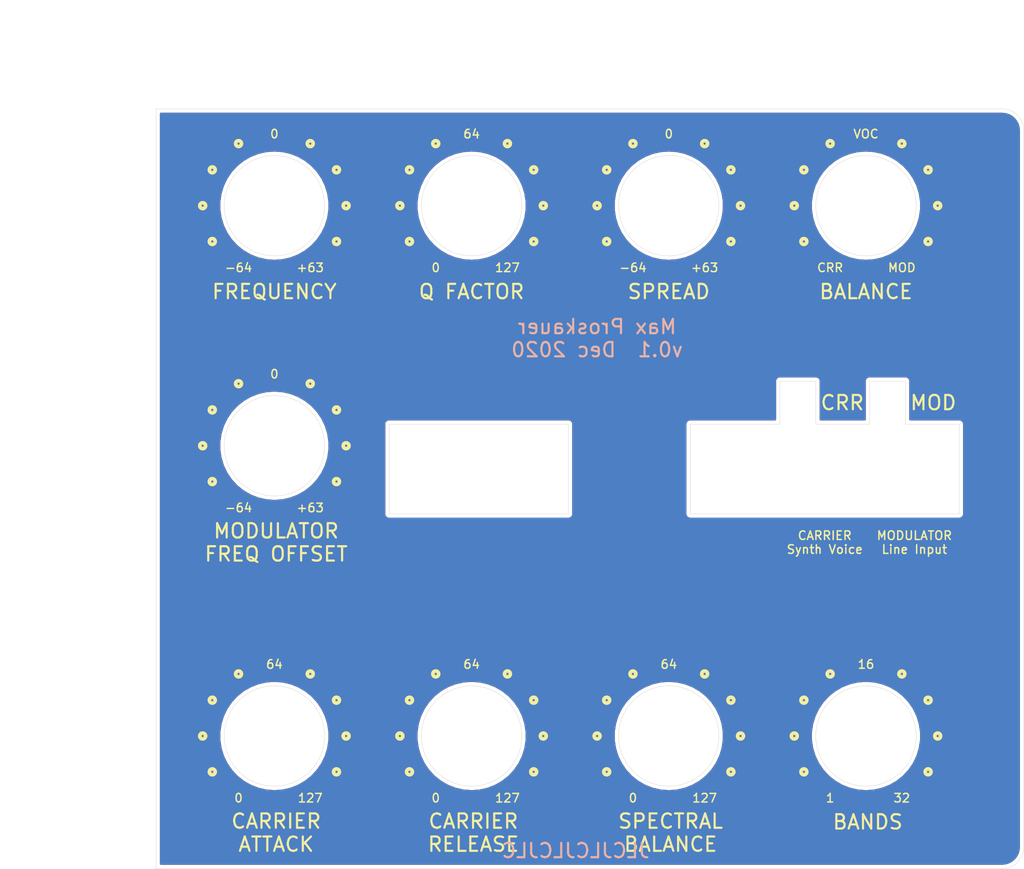
<source format=kicad_pcb>
(kicad_pcb (version 20211014) (generator pcbnew)

  (general
    (thickness 1.6)
  )

  (paper "A4")
  (title_block
    (title "Access Virus TI Vocoder Faceplate")
    (date "2022-09-04")
    (rev "0.1")
    (company "Max Proskauer")
    (comment 1 "https://github.com/mprosk/virus_faceplate")
  )

  (layers
    (0 "F.Cu" signal)
    (31 "B.Cu" signal)
    (32 "B.Adhes" user "B.Adhesive")
    (33 "F.Adhes" user "F.Adhesive")
    (34 "B.Paste" user)
    (35 "F.Paste" user)
    (36 "B.SilkS" user "B.Silkscreen")
    (37 "F.SilkS" user "F.Silkscreen")
    (38 "B.Mask" user)
    (39 "F.Mask" user)
    (40 "Dwgs.User" user "User.Drawings")
    (41 "Cmts.User" user "User.Comments")
    (42 "Eco1.User" user "User.Eco1")
    (43 "Eco2.User" user "User.Eco2")
    (44 "Edge.Cuts" user)
    (45 "Margin" user)
    (46 "B.CrtYd" user "B.Courtyard")
    (47 "F.CrtYd" user "F.Courtyard")
    (48 "B.Fab" user)
    (49 "F.Fab" user)
  )

  (setup
    (pad_to_mask_clearance 0.051)
    (solder_mask_min_width 0.25)
    (grid_origin 83 55.5)
    (pcbplotparams
      (layerselection 0x00011f0_ffffffff)
      (disableapertmacros false)
      (usegerberextensions false)
      (usegerberattributes false)
      (usegerberadvancedattributes false)
      (creategerberjobfile false)
      (svguseinch false)
      (svgprecision 6)
      (excludeedgelayer true)
      (plotframeref false)
      (viasonmask false)
      (mode 1)
      (useauxorigin false)
      (hpglpennumber 1)
      (hpglpenspeed 20)
      (hpglpendiameter 15.000000)
      (dxfpolygonmode true)
      (dxfimperialunits true)
      (dxfusepcbnewfont true)
      (psnegative false)
      (psa4output false)
      (plotreference true)
      (plotvalue false)
      (plotinvisibletext false)
      (sketchpadsonfab false)
      (subtractmaskfromsilk false)
      (outputformat 1)
      (mirror false)
      (drillshape 0)
      (scaleselection 1)
      (outputdirectory "../gerber/")
    )
  )

  (net 0 "")

  (gr_circle (center 78.000744 46.839317) (end 78.161429 46.839317) (layer "F.SilkS") (width 0.5) (fill none) (tstamp 00000000-0000-0000-0000-00005fdd30b6))
  (gr_circle (center 74.339318 50.500744) (end 74.500003 50.500744) (layer "F.SilkS") (width 0.5) (fill none) (tstamp 00000000-0000-0000-0000-00005fdd3105))
  (gr_circle (center 174.160682 134.499256) (end 174.321367 134.499256) (layer "F.SilkS") (width 0.5) (fill none) (tstamp 00000000-0000-0000-0000-00005fdd31f9))
  (gr_circle (center 170.499256 120.839318) (end 170.659941 120.839318) (layer "F.SilkS") (width 0.5) (fill none) (tstamp 00000000-0000-0000-0000-00005fdd31fa))
  (gr_circle (center 160.500744 120.839317) (end 160.661429 120.839317) (layer "F.SilkS") (width 0.5) (fill none) (tstamp 00000000-0000-0000-0000-00005fdd31fb))
  (gr_circle (center 156.839318 124.500744) (end 157.000003 124.500744) (layer "F.SilkS") (width 0.5) (fill none) (tstamp 00000000-0000-0000-0000-00005fdd31fc))
  (gr_circle (center 175.5 129.5) (end 175.660685 129.5) (layer "F.SilkS") (width 0.5) (fill none) (tstamp 00000000-0000-0000-0000-00005fdd31fd))
  (gr_circle (center 156.839317 134.499256) (end 157.000002 134.499256) (layer "F.SilkS") (width 0.5) (fill none) (tstamp 00000000-0000-0000-0000-00005fdd31fe))
  (gr_circle (center 155.5 129.5) (end 155.660685 129.5) (layer "F.SilkS") (width 0.5) (fill none) (tstamp 00000000-0000-0000-0000-00005fdd31ff))
  (gr_circle (center 174.160683 124.500744) (end 174.321368 124.500744) (layer "F.SilkS") (width 0.5) (fill none) (tstamp 00000000-0000-0000-0000-00005fdd3200))
  (gr_circle (center 78.000744 120.839317) (end 78.161429 120.839317) (layer "F.SilkS") (width 0.5) (fill none) (tstamp 005d33ec-6731-488d-bf55-64f5e4189559))
  (gr_circle (center 87.999256 120.839318) (end 88.159941 120.839318) (layer "F.SilkS") (width 0.5) (fill none) (tstamp 03eb3606-3ae8-40a6-aaf0-ecdf6a8467b5))
  (gr_circle (center 91.660683 50.500744) (end 91.821368 50.500744) (layer "F.SilkS") (width 0.5) (fill none) (tstamp 054a8585-b79f-4d45-92ca-fb35205177c2))
  (gr_circle (center 93 129.5) (end 93.160685 129.5) (layer "F.SilkS") (width 0.5) (fill none) (tstamp 0b2da8a0-27d1-4227-9203-0efb85adef63))
  (gr_circle (center 91.660682 60.499256) (end 91.821367 60.499256) (layer "F.SilkS") (width 0.5) (fill none) (tstamp 12bbf5d8-e43f-4fa6-8cdf-203dd83b3806))
  (gr_circle (center 120.5 129.5) (end 120.660685 129.5) (layer "F.SilkS") (width 0.5) (fill none) (tstamp 1c846b9d-d2a2-4eef-91a0-b1b4db05aab1))
  (gr_circle (center 119.160682 60.499256) (end 119.321367 60.499256) (layer "F.SilkS") (width 0.5) (fill none) (tstamp 1e08b80a-9057-4c32-abe3-51f058e1564a))
  (gr_circle (center 146.660682 134.499256) (end 146.821367 134.499256) (layer "F.SilkS") (width 0.5) (fill none) (tstamp 2221d205-a0e2-4b3a-806e-53e919b0be9c))
  (gr_circle (center 105.500744 46.839317) (end 105.661429 46.839317) (layer "F.SilkS") (width 0.5) (fill none) (tstamp 237c8e41-d5fa-40cc-8093-7a3d508c7e0e))
  (gr_circle (center 101.839318 124.500744) (end 102.000003 124.500744) (layer "F.SilkS") (width 0.5) (fill none) (tstamp 241ca862-52e1-49aa-8aad-572182943ed7))
  (gr_circle (center 146.660683 124.500744) (end 146.821368 124.500744) (layer "F.SilkS") (width 0.5) (fill none) (tstamp 265d7456-5403-4834-81cb-30f23a8e53e0))
  (gr_circle (center 101.839317 60.499256) (end 102.000002 60.499256) (layer "F.SilkS") (width 0.5) (fill none) (tstamp 2b69ab8b-60dc-4955-9b94-d84fc8e4e787))
  (gr_circle (center 133.000744 120.839317) (end 133.161429 120.839317) (layer "F.SilkS") (width 0.5) (fill none) (tstamp 301bc731-8a8b-474e-85bd-dea4f4d290ba))
  (gr_circle (center 119.160683 50.500744) (end 119.321368 50.500744) (layer "F.SilkS") (width 0.5) (fill none) (tstamp 3507263c-186b-4502-abe1-0299d765b2f0))
  (gr_circle (center 170.499256 46.839318) (end 170.659941 46.839318) (layer "F.SilkS") (width 0.5) (fill none) (tstamp 3b35da23-6ed8-4cf7-9e57-b1c9dabb87da))
  (gr_circle (center 146.660682 60.499256) (end 146.821367 60.499256) (layer "F.SilkS") (width 0.5) (fill none) (tstamp 3e862305-d47b-49a1-9107-6299515acffe))
  (gr_circle (center 78.000744 80.339317) (end 78.161429 80.339317) (layer "F.SilkS") (width 0.5) (fill none) (tstamp 3efd8dd0-d87a-432d-9942-1d8fa0984598))
  (gr_circle (center 142.999256 120.839318) (end 143.159941 120.839318) (layer "F.SilkS") (width 0.5) (fill none) (tstamp 418944b7-3c1c-4aae-a16e-8d3cb6cdbb47))
  (gr_circle (center 155.5 55.5) (end 155.660685 55.5) (layer "F.SilkS") (width 0.5) (fill none) (tstamp 4744aaf6-df9b-4079-a3b9-e2bb5a6b7136))
  (gr_circle (center 133.000744 46.839317) (end 133.161429 46.839317) (layer "F.SilkS") (width 0.5) (fill none) (tstamp 474b2d71-53d3-495e-ba2f-d21e67de429b))
  (gr_circle (center 174.160683 50.500744) (end 174.321368 50.500744) (layer "F.SilkS") (width 0.5) (fill none) (tstamp 48091d6e-f8b2-4a89-a1c1-148b75941a74))
  (gr_circle (center 148 55.5) (end 148.160685 55.5) (layer "F.SilkS") (width 0.5) (fill none) (tstamp 4b7cb1ac-f4eb-46b5-ae34-a08f8e971a1d))
  (gr_circle (center 129.339318 124.500744) (end 129.500003 124.500744) (layer "F.SilkS") (width 0.5) (fill none) (tstamp 4d8adfc7-c2fc-4a1b-aa14-16fa17b5231c))
  (gr_circle (center 128 129.5) (end 128.160685 129.5) (layer "F.SilkS") (width 0.5) (fill none) (tstamp 54550acc-a138-4d9b-8485-f18a2a6f5395))
  (gr_circle (center 73 89) (end 73.160685 89) (layer "F.SilkS") (width 0.5) (fill none) (tstamp 5630bc5b-8109-4650-8052-9d7738e3092f))
  (gr_circle (center 91.660682 134.499256) (end 91.821367 134.499256) (layer "F.SilkS") (width 0.5) (fill none) (tstamp 585c0541-f500-44e0-8c82-f010eb5fa7cb))
  (gr_circle (center 91.660683 124.500744) (end 91.821368 124.500744) (layer "F.SilkS") (width 0.5) (fill none) (tstamp 591c73dd-bb07-4196-a9e2-dc9fc92442fe))
  (gr_circle (center 115.499256 46.839318) (end 115.659941 46.839318) (layer "F.SilkS") (width 0.5) (fill none) (tstamp 5f3de353-6949-47bd-bab5-cb9d683c32cb))
  (gr_circle (center 101.839318 50.500744) (end 102.000003 50.500744) (layer "F.SilkS") (width 0.5) (fill none) (tstamp 63f43329-5415-4393-9905-ebd5f7e4923a))
  (gr_circle (center 74.339317 93.999256) (end 74.500002 93.999256) (layer "F.SilkS") (width 0.5) (fill none) (tstamp 69405f4a-171a-4db5-93e8-908ad319618c))
  (gr_circle (center 87.999256 80.339318) (end 88.159941 80.339318) (layer "F.SilkS") (width 0.5) (fill none) (tstamp 6aa4acd7-aa0a-4393-8f10-816cb020513e))
  (gr_circle (center 129.339317 60.499256) (end 129.500002 60.499256) (layer "F.SilkS") (width 0.5) (fill none) (tstamp 6bd4909f-d15d-4d79-b2dc-26816e270af9))
  (gr_circle (center 175.5 55.5) (end 175.660685 55.5) (layer "F.SilkS") (width 0.5) (fill none) (tstamp 6d42800c-3080-44f4-bee1-1023dd32fc54))
  (gr_circle (center 142.999256 46.839318) (end 143.159941 46.839318) (layer "F.SilkS") (width 0.5) (fill none) (tstamp 6fefec9b-c697-4ef6-9605-e3d3613bd657))
  (gr_circle (center 74.339318 124.500744) (end 74.500003 124.500744) (layer "F.SilkS") (width 0.5) (fill none) (tstamp 72136293-758c-4fc2-9f82-2b8711a9efcd))
  (gr_circle (center 148 129.5) (end 148.160685 129.5) (layer "F.SilkS") (width 0.5) (fill none) (tstamp 7c49b0e7-a54f-4c99-bb95-2440291819dc))
  (gr_circle (center 73 129.5) (end 73.160685 129.5) (layer "F.SilkS") (width 0.5) (fill none) (tstamp 8143e9cb-5181-4fb0-ae0a-271f43b2be57))
  (gr_circle (center 74.339317 134.499256) (end 74.500002 134.499256) (layer "F.SilkS") (width 0.5) (fill none) (tstamp 83827bea-2a99-4008-9d2d-c8a4ef71e2b9))
  (gr_circle (center 160.500744 46.839317) (end 160.661429 46.839317) (layer "F.SilkS") (width 0.5) (fill none) (tstamp 89e98070-1f3a-48c3-8a2f-9f6cf737a241))
  (gr_circle (center 119.160683 124.500744) (end 119.321368 124.500744) (layer "F.SilkS") (width 0.5) (fill none) (tstamp 8c6604c9-b8c2-4a2d-b3ca-1fd01930e7fd))
  (gr_circle (center 156.839318 50.500744) (end 157.000003 50.500744) (layer "F.SilkS") (width 0.5) (fill none) (tstamp 9455b7ec-ff16-4fde-8724-b24c870e8f40))
  (gr_circle (center 87.999256 46.839318) (end 88.159941 46.839318) (layer "F.SilkS") (width 0.5) (fill none) (tstamp 958d4e8b-8cab-43c5-b7f9-fca4ed29ce94))
  (gr_circle (center 100.5 129.5) (end 100.660685 129.5) (layer "F.SilkS") (width 0.5) (fill none) (tstamp 95e870f1-9b87-4aa3-a82d-38023d07933f))
  (gr_circle (center 129.339317 134.499256) (end 129.500002 134.499256) (layer "F.SilkS") (width 0.5) (fill none) (tstamp a2401d36-01ef-443f-bd83-d96ded412f73))
  (gr_circle (center 93 55.5) (end 93.160685 55.5) (layer "F.SilkS") (width 0.5) (fill none) (tstamp a246af5e-5b7e-4023-a694-148afcab84c6))
  (gr_circle (center 115.499256 120.839318) (end 115.659941 120.839318) (layer "F.SilkS") (width 0.5) (fill none) (tstamp a98b362f-3688-4805-bc15-6b089a60ed64))
  (gr_circle (center 174.160682 60.499256) (end 174.321367 60.499256) (layer "F.SilkS") (width 0.5) (fill none) (tstamp abfde246-9dfc-4a86-9845-ab5c00f28b98))
  (gr_circle (center 105.500744 120.839317) (end 105.661429 120.839317) (layer "F.SilkS") (width 0.5) (fill none) (tstamp af2abcad-6c59-464a-9f2e-5e1abb4ae881))
  (gr_circle (center 91.660682 93.999256) (end 91.821367 93.999256) (layer "F.SilkS") (width 0.5) (fill none) (tstamp befe16de-796f-4a68-9402-4e3f174f4f06))
  (gr_circle (center 100.5 55.5) (end 100.660685 55.5) (layer "F.SilkS") (width 0.5) (fill none) (tstamp bf485482-eeed-4042-89be-ed95ab32fbbf))
  (gr_circle (center 74.339318 84.000744) (end 74.500003 84.000744) (layer "F.SilkS") (width 0.5) (fill none) (tstamp c3546108-8fb4-4a3d-9d49-628e73da10fa))
  (gr_circle (center 128 55.5) (end 128.160685 55.5) (layer "F.SilkS") (width 0.5) (fill none) (tstamp c60e0d0f-4d49-49a9-8474-9beef4627698))
  (gr_circle (center 119.160682 134.499256) (end 119.321367 134.499256) (layer "F.SilkS") (width 0.5) (fill none) (tstamp c9977b81-0970-4ba2-b6c6-d6f0e9d61178))
  (gr_circle (center 74.339317 60.499256) (end 74.500002 60.499256) (layer "F.SilkS") (width 0.5) (fill none) (tstamp dad6fa90-987d-44c7-96fa-48e869f6ff5e))
  (gr_circle (center 120.5 55.5) (end 120.660685 55.5) (layer "F.SilkS") (width 0.5) (fill none) (tstamp dfb977e2-8bf7-45c6-b6fd-89acc5a35b3b))
  (gr_circle (center 146.660683 50.500744) (end 146.821368 50.500744) (layer "F.SilkS") (width 0.5) (fill none) (tstamp e1f33276-4b92-47c4-87b9-e987fe945f3d))
  (gr_circle (center 93 89) (end 93.160685 89) (layer "F.SilkS") (width 0.5) (fill none) (tstamp e6b64ddb-12da-493b-9da0-5fa7a8ee5f5f))
  (gr_circle (center 73 55.5) (end 73.160685 55.5) (layer "F.SilkS") (width 0.5) (fill none) (tstamp e838dc9d-ac44-4358-bbc6-d7a115b46cc4))
  (gr_circle (center 156.839317 60.499256) (end 157.000002 60.499256) (layer "F.SilkS") (width 0.5) (fill none) (tstamp eb439822-28e4-476f-ab53-4f577f6e829a))
  (gr_circle (center 91.660683 84.000744) (end 91.821368 84.000744) (layer "F.SilkS") (width 0.5) (fill none) (tstamp ec6d289b-85b1-45c5-8a7c-b5087d762939))
  (gr_circle (center 101.839317 134.499256) (end 102.000002 134.499256) (layer "F.SilkS") (width 0.5) (fill none) (tstamp ee2e7e7b-9c17-4533-bf02-e46584e41298))
  (gr_circle (center 129.339318 50.500744) (end 129.500003 50.500744) (layer "F.SilkS") (width 0.5) (fill none) (tstamp f82447fe-b787-478c-acbd-9f6255b260ef))
  (gr_line (start 166 86) (end 166 98.5) (layer "Cmts.User") (width 0.15) (tstamp 00000000-0000-0000-0000-00005fdc15c7))
  (gr_line (start 127 148) (end 127 42) (layer "Cmts.User") (width 0.15) (tstamp 66eb7fc4-4388-4ede-a519-6bc6e87b1405))
  (gr_line (start 153.5 86) (end 153.5 98.5) (layer "Cmts.User") (width 0.15) (tstamp 847e9059-87f8-4f56-a9a2-1a96cc719926))
  (gr_line (start 153.5 86) (end 158.5 86) (layer "Cmts.User") (width 0.15) (tstamp da727251-cfca-41b8-bead-f33bfbcdd5b7))
  (gr_line (start 111.5 86) (end 111.5 98.5) (layer "Cmts.User") (width 0.15) (tstamp e2eada33-d7cb-42e1-907f-624c9476797a))
  (gr_line (start 166 86) (end 171 86) (layer "Cmts.User") (width 0.15) (tstamp e9a355ab-5117-44a1-a96d-6b20b528b3e8))
  (gr_line (start 141 98.5) (end 178.5 98.5) (layer "Edge.Cuts") (width 0.05) (tstamp 00000000-0000-0000-0000-00005fdbb619))
  (gr_line (start 178.5 98.5) (end 178.5 86) (layer "Edge.Cuts") (width 0.05) (tstamp 00000000-0000-0000-0000-00005fdbb61a))
  (gr_line (start 153.5 86) (end 141 86) (layer "Edge.Cuts") (width 0.05) (tstamp 00000000-0000-0000-0000-00005fdbb61b))
  (gr_line (start 141 86) (end 141 98.5) (layer "Edge.Cuts") (width 0.05) (tstamp 00000000-0000-0000-0000-00005fdbb61c))
  (gr_line (start 99 98.5) (end 124 98.5) (layer "Edge.Cuts") (width 0.05) (tstamp 00000000-0000-0000-0000-00005fdc138d))
  (gr_line (start 124 98.5) (end 124 86) (layer "Edge.Cuts") (width 0.05) (tstamp 00000000-0000-0000-0000-00005fdc1390))
  (gr_line (start 99 86) (end 99 98.5) (layer "Edge.Cuts") (width 0.05) (tstamp 00000000-0000-0000-0000-00005fdc1393))
  (gr_line (start 124 86) (end 99 86) (layer "Edge.Cuts") (width 0.05) (tstamp 00000000-0000-0000-0000-00005fdc1396))
  (gr_line (start 171 86) (end 178.5 86) (layer "Edge.Cuts") (width 0.05) (tstamp 00000000-0000-0000-0000-00005fdd2b40))
  (gr_line (start 187.5 145) (end 187.5 45) (layer "Edge.Cuts") (width 0.05) (tstamp 00000000-0000-0000-0000-00005fdd35e2))
  (gr_line (start 66.5 42) (end 184.5 42) (layer "Edge.Cuts") (width 0.05) (tstamp 00000000-0000-0000-0000-00005fdd35e5))
  (gr_line (start 66.5 42) (end 66.5 148) (layer "Edge.Cuts") (width 0.05) (tstamp 00000000-0000-0000-0000-00005fdd35e8))
  (gr_line (start 66.5 148) (end 184.5 148) (layer "Edge.Cuts") (width 0.05) (tstamp 00000000-0000-0000-0000-00005fdd35eb))
  (gr_arc (start 184.5 42) (mid 186.62132 42.87868) (end 187.5 45) (layer "Edge.Cuts") (width 0.05) (tstamp 00000000-0000-0000-0000-00005fdd35ee))
  (gr_arc (start 187.5 145) (mid 186.62132 147.12132) (end 184.5 148) (layer "Edge.Cuts") (width 0.05) (tstamp 00000000-0000-0000-0000-00005fdd35f1))
  (gr_circle (center 165.5 129.5) (end 172.5 129.5) (layer "Edge.Cuts") (width 0.05) (fill none) (tstamp 00000000-0000-0000-0000-00005fe12884))
  (gr_line (start 153.5 86) (end 153.5 80) (layer "Edge.Cuts") (width 0.05) (tstamp 0cc23078-cd49-45da-bc4f-ac31e870e737))
  (gr_line (start 153.5 80) (end 158.5 80) (layer "Edge.Cuts") (width 0.05) (tstamp 4cf27cf2-a633-4199-b6a6-8b5f21c8cfcd))
  (gr_circle (center 138 129.5) (end 145 129.5) (layer "Edge.Cuts") (width 0.05) (fill none) (tstamp 4e85060a-d05f-440f-9f67-7a4d345d9389))
  (gr_circle (center 165.5 55.5) (end 172.5 55.5) (layer "Edge.Cuts") (width 0.05) (fill none) (tstamp 69e56423-780f-4322-9d0d-f2415cb6aaec))
  (gr_circle (center 83 55.5) (end 90 55.5) (layer "Edge.Cuts") (width 0.05) (fill none) (tstamp 760942ae-be72-49f8-8507-60c8df8baddd))
  (gr_line (start 171 80) (end 171 86) (layer "Edge.Cuts") (width 0.05) (tstamp 78f722b2-31df-4cc1-8cd6-57a30b4a0a70))
  (gr_circle (center 110.5 129.5) (end 117.5 129.5) (layer "Edge.Cuts") (width 0.05) (fill none) (tstamp 96126c60-b0e0-4b65-b911-b4e64b1cbdeb))
  (gr_circle (center 83 89) (end 90 89) (layer "Edge.Cuts") (width 0.05) (fill none) (tstamp a2465ea2-e84d-4469-8095-8c225c30d622))
  (gr_line (start 166 86) (end 166 80) (layer "Edge.Cuts") (width 0.05) (tstamp a32922a8-f47b-420e-a276-41b248205b82))
  (gr_circle (center 138 55.5) (end 145 55.5) (layer "Edge.Cuts") (width 0.05) (fill none) (tstamp b0384010-94ef-4fe4-a9e7-00be5dd36a3d))
  (gr_circle (center 110.5 55.5) (end 117.5 55.5) (layer "Edge.Cuts") (width 0.05) (fill none) (tstamp b1c8ead9-e15c-41f1-aab7-1b70978d8179))
  (gr_line (start 158.5 80) (end 158.5 86) (layer "Edge.Cuts") (width 0.05) (tstamp b504bf67-d14a-4c65-8b5e-9d828094be9b))
  (gr_circle (center 83 129.5) (end 90 129.5) (layer "Edge.Cuts") (width 0.05) (fill none) (tstamp bfdc6b4f-86fd-4a7e-b63e-af7bf6399bff))
  (gr_line (start 158.5 86) (end 166 86) (layer "Edge.Cuts") (width 0.05) (tstamp d8f16d9b-7601-4719-b553-8f78329ead68))
  (gr_line (start 166 80) (end 171 80) (layer "Edge.Cuts") (width 0.05) (tstamp ed77ea32-2384-4bb1-a5ff-eb2f3c8da6a1))
  (gr_text "JLCJLCJLCJLC" (at 125 145.5) (layer "B.SilkS") (tstamp 00000000-0000-0000-0000-00005fdd2815)
    (effects (font (size 2 2) (thickness 0.3)) (justify mirror))
  )
  (gr_text "Max Proskauer\nv0.1  Dec 2020" (at 128 74) (layer "B.SilkS") (tstamp 00000000-0000-0000-0000-00005fdd282e)
    (effects (font (size 2 2) (thickness 0.3)) (justify mirror))
  )
  (gr_text "BANDS" (at 165.75 141.5) (layer "F.SilkS") (tstamp 00000000-0000-0000-0000-00005fdc157e)
    (effects (font (size 2 2) (thickness 0.3)))
  )
  (gr_text "MODULATOR\nFREQ OFFSET" (at 83.25 102.5) (layer "F.SilkS") (tstamp 00000000-0000-0000-0000-00005fdc16d3)
    (effects (font (size 2 2) (thickness 0.3)))
  )
  (gr_text "MOD" (at 171.5 83) (layer "F.SilkS") (tstamp 00000000-0000-0000-0000-00005fdc176d)
    (effects (font (size 2 2) (thickness 0.3)) (justify left))
  )
  (gr_text "-64" (at 78.000744 64.160682) (layer "F.SilkS") (tstamp 00000000-0000-0000-0000-00005fdd2e2c)
    (effects (font (size 1.2 1.2) (thickness 0.2)))
  )
  (gr_text "+63" (at 87.999256 64.160683) (layer "F.SilkS") (tstamp 00000000-0000-0000-0000-00005fdd2e6a)
    (effects (font (size 1.2 1.2) (thickness 0.2)))
  )
  (gr_text "CRR" (at 159 83) (layer "F.SilkS") (tstamp 00000000-0000-0000-0000-00005fdd2ead)
    (effects (font (size 2 2) (thickness 0.3)) (justify left))
  )
  (gr_text "1" (at 160.500744 138.160682) (layer "F.SilkS") (tstamp 00000000-0000-0000-0000-00005fdd3201)
    (effects (font (size 1.2 1.2) (thickness 0.2)))
  )
  (gr_text "16" (at 165.5 119.5) (layer "F.SilkS") (tstamp 00000000-0000-0000-0000-00005fdd3202)
    (effects (font (size 1.2 1.2) (thickness 0.2)))
  )
  (gr_text "32" (at 170.499256 138.160683) (layer "F.SilkS") (tstamp 00000000-0000-0000-0000-00005fdd3203)
    (effects (font (size 1.2 1.2) (thickness 0.2)))
  )
  (gr_text "CARRIER\nSynth Voice" (at 159.75 102.5) (layer "F.SilkS") (tstamp 00000000-0000-0000-0000-00005fdd34c3)
    (effects (font (size 1.2 1.2) (thickness 0.2)))
  )
  (gr_text "MODULATOR\nLine Input" (at 172.25 102.5) (layer "F.SilkS") (tstamp 00000000-0000-0000-0000-00005fdd3506)
    (effects (font (size 1.2 1.2) (thickness 0.2)))
  )
  (gr_text "64" (at 83 119.5) (layer "F.SilkS") (tstamp 05386eb0-7cb3-4714-b13e-01efc6c04cd4)
    (effects (font (size 1.2 1.2) (thickness 0.2)))
  )
  (gr_text "SPECTRAL\nBALANCE" (at 138.25 143) (layer "F.SilkS") (tstamp 189b65a6-5fd3-4861-95da-8ad3e71fb535)
    (effects (font (size 2 2) (thickness 0.3)))
  )
  (gr_text "FREQUENCY" (at 83 67.5) (layer "F.SilkS") (tstamp 1b9afd61-0895-4c26-b521-2ef4e733de0d)
    (effects (font (size 2 2) (thickness 0.3)))
  )
  (gr_text "127" (at 142.999256 138.160683) (layer "F.SilkS") (tstamp 207b2b77-7742-4aaa-9e6c-6d0eb54c2a48)
    (effects (font (size 1.2 1.2) (thickness 0.2)))
  )
  (gr_text "127" (at 115.499256 138.160683) (layer "F.SilkS") (tstamp 2f2f855b-f7a4-4521-b570-6db6ff6c77ce)
    (effects (font (size 1.2 1.2) (thickness 0.2)))
  )
  (gr_text "-64" (at 133.000744 64.160682) (layer "F.SilkS") (tstamp 3125447a-94cd-45d3-8cf3-8994f51869b5)
    (effects (font (size 1.2 1.2) (thickness 0.2)))
  )
  (gr_text "0" (at 133.000744 138.160682) (layer "F.SilkS") (tstamp 31d3ab23-4b1b-4930-86fd-5be981c72134)
    (effects (font (size 1.2 1.2) (thickness 0.2)))
  )
  (gr_text "64" (at 138 119.5) (layer "F.SilkS") (tstamp 3670594a-e9ae-4f15-a0bd-d28588c88d21)
    (effects (font (size 1.2 1.2) (thickness 0.2)))
  )
  (gr_text "Q FACTOR" (at 110.5 67.5) (layer "F.SilkS") (tstamp 49b16b91-60d6-4ee2-b0da-8d404eae67cc)
    (effects (font (size 2 2) (thickness 0.3)))
  )
  (gr_text "-64" (at 78.000744 97.660682) (layer "F.SilkS") (tstamp 4abeb639-9fe2-4877-b312-92a1e53d25b7)
    (effects (font (size 1.2 1.2) (thickness 0.2)))
  )
  (gr_text "127" (at 87.999256 138.160683) (layer "F.SilkS") (tstamp 5553dbb6-512d-44ea-b9e6-99659c690722)
    (effects (font (size 1.2 1.2) (thickness 0.2)))
  )
  (gr_text "MOD" (at 170.499256 64.160683) (layer "F.SilkS") (tstamp 6298059f-5ba8-40ea-a0f8-b3a630e7d84e)
    (effects (font (size 1.2 1.2) (thickness 0.2)))
  )
  (gr_text "VOC" (at 165.5 45.5) (layer "F.SilkS") (tstamp 72aaa6ac-9b4e-4580-9b3e-c52ef9cc7ff2)
    (effects (font (size 1.2 1.2) (thickness 0.2)))
  )
  (gr_text "0" (at 78.000744 138.160682) (layer "F.SilkS") (tstamp 73a80f27-b311-4131-b262-523a1c2cf08c)
    (effects (font (size 1.2 1.2) (thickness 0.2)))
  )
  (gr_text "0" (at 105.500744 138.160682) (layer "F.SilkS") (tstamp 7e41827d-aaa8-4e54-8758-f5d265af5cdd)
    (effects (font (size 1.2 1.2) (thickness 0.2)))
  )
  (gr_text "CRR" (at 160.500744 64.160682) (layer "F.SilkS") (tstamp 84a520c1-b7d0-411f-ba09-4aec7a9846a9)
    (effects (font (size 1.2 1.2) (thickness 0.2)))
  )
  (gr_text "0" (at 83 45.5) (layer "F.SilkS") (tstamp a6ae6da2-7376-4f33-bbf0-670bb9e6feab)
    (effects (font (size 1.2 1.2) (thickness 0.2)))
  )
  (gr_text "CARRIER\nATTACK" (at 83.25 143) (layer "F.SilkS") (tstamp acf300c5-f168-444d-92d6-2634f473a68c)
    (effects (font (size 2 2) (thickness 0.3)))
  )
  (gr_text "CARRIER\nRELEASE" (at 110.75 143) (layer "F.SilkS") (tstamp b3fb8fcf-0fb5-4a0f-970f-6617d4ad0bae)
    (effects (font (size 2 2) (thickness 0.3)))
  )
  (gr_text "0" (at 83 79) (layer "F.SilkS") (tstamp b7d7dfc6-f774-4251-8a1c-8c0244ae3b33)
    (effects (font (size 1.2 1.2) (thickness 0.2)))
  )
  (gr_text "SPREAD" (at 138 67.5) (layer "F.SilkS") (tstamp bfff9772-e0a4-4f72-9226-bc47d25bef6e)
    (effects (font (size 2 2) (thickness 0.3)))
  )
  (gr_text "+63" (at 142.999256 64.160683) (layer "F.SilkS") (tstamp c3a918f5-7024-4fe1-8a51-be6ea0155136)
    (effects (font (size 1.2 1.2) (thickness 0.2)))
  )
  (gr_text "+63" (at 87.999256 97.660683) (layer "F.SilkS") (tstamp d44b9b6d-2fc5-4824-afdc-a751fe816f47)
    (effects (font (size 1.2 1.2) (thickness 0.2)))
  )
  (gr_text "64" (at 110.5 119.5) (layer "F.SilkS") (tstamp d9652e93-2931-450b-b109-2399a4ee0634)
    (effects (font (size 1.2 1.2) (thickness 0.2)))
  )
  (gr_text "0" (at 138 45.5) (layer "F.SilkS") (tstamp e0efdf46-d210-490b-87af-551fdea8c785)
    (effects (font (size 1.2 1.2) (thickness 0.2)))
  )
  (gr_text "64" (at 110.5 45.5) (layer "F.SilkS") (tstamp e9930c8d-3f65-4311-95dc-32a192be083b)
    (effects (font (size 1.2 1.2) (thickness 0.2)))
  )
  (gr_text "0" (at 105.500744 64.160682) (layer "F.SilkS") (tstamp f23ad662-d0a0-4c8c-8cd8-8a2b0e5b7e23)
    (effects (font (size 1.2 1.2) (thickness 0.2)))
  )
  (gr_text "BALANCE" (at 165.5 67.5) (layer "F.SilkS") (tstamp fb6a8aad-ddea-4099-a1ac-1141ae9e8d9f)
    (effects (font (size 2 2) (thickness 0.3)))
  )
  (gr_text "127" (at 115.499256 64.160683) (layer "F.SilkS") (tstamp fc5d212d-0507-4e51-a3ad-cb2ee0a43929)
    (effects (font (size 1.2 1.2) (thickness 0.2)))
  )
  (gr_text "Internal Cut Out" (at 111.5 92) (layer "Dwgs.User") (tstamp 00000000-0000-0000-0000-00005fe12850)
    (effects (font (size 1 1) (thickness 0.15)))
  )
  (gr_text "Internal Cut Out" (at 165.5 129.5) (layer "Dwgs.User") (tstamp 00000000-0000-0000-0000-00005fe12896)
    (effects (font (size 1 1) (thickness 0.15)))
  )
  (gr_text "Internal Cut Out" (at 138 55.5) (layer "Dwgs.User") (tstamp 2563f165-c78b-43f5-a465-eb37067f3dee)
    (effects (font (size 1 1) (thickness 0.15)))
  )
  (gr_text "Internal Cut Out" (at 110.5 129.5) (layer "Dwgs.User") (tstamp 44dd95df-ec24-4f31-a216-2a40aff3b95d)
    (effects (font (size 1 1) (thickness 0.15)))
  )
  (gr_text "Internal Cut Out" (at 83 89) (layer "Dwgs.User") (tstamp 60faecaf-d90f-46fe-aec2-0dedf60c19a1)
    (effects (font (size 1 1) (thickness 0.15)))
  )
  (gr_text "Internal Cut Out" (at 110.5 55.5) (layer "Dwgs.User") (tstamp 7b1087f2-e538-4dec-ad1e-1f68e23c52d0)
    (effects (font (size 1 1) (thickness 0.15)))
  )
  (gr_text "Internal Cut Out" (at 83 55.5) (layer "Dwgs.User") (tstamp 7bf84564-2554-409e-bcfe-0daac8b5c048)
    (effects (font (size 1 1) (thickness 0.15)))
  )
  (gr_text "Internal Cut Out" (at 160 92) (layer "Dwgs.User") (tstamp 9bbac8ea-53d8-47fc-9198-f0c0ed19edd6)
    (effects (font (size 1 1) (thickness 0.15)))
  )
  (gr_text "Internal Cut Out" (at 165.5 55.5) (layer "Dwgs.User") (tstamp e1123b9e-36f5-4282-918e-a1e5a6bb8a9b)
    (effects (font (size 1 1) (thickness 0.15)))
  )
  (gr_text "Internal Cut Out" (at 83 129.5) (layer "Dwgs.User") (tstamp e3d836bd-0981-46ce-9431-0e42e4bb9fb6)
    (effects (font (size 1 1) (thickness 0.15)))
  )
  (gr_text "Internal Cut Out" (at 138 129.5) (layer "Dwgs.User") (tstamp f003843b-07a7-43ed-9994-718a89a46f3a)
    (effects (font (size 1 1) (thickness 0.15)))
  )
  (dimension (type aligned) (layer "Dwgs.User") (tstamp 3607b88e-a49d-4813-8552-f52f963fc132)
    (pts (xy 66 42) (xy 66 148))
    (height 11)
    (gr_text "106.0 mm" (at 52.7 95 90) (layer "Dwgs.User") (tstamp 3607b88e-a49d-4813-8552-f52f963fc132)
      (effects (font (size 2 2) (thickness 0.3)))
    )
    (format (units 3) (units_format 1) (precision 1))
    (style (thickness 0.1) (arrow_length 1.27) (text_position_mode 0) (extension_height 0.58642) (extension_offset 0.5) keep_text_aligned)
  )
  (dimension (type aligned) (layer "Dwgs.User") (tstamp a5dbd763-31e7-471b-bef0-3ee52b3800ef)
    (pts (xy 187.5 41.5) (xy 66.5 41.5))
    (height 11)
    (gr_text "121.0 mm" (at 127 28.5) (layer "Dwgs.User") (tstamp a5dbd763-31e7-471b-bef0-3ee52b3800ef)
      (effects (font (size 2 2) (thickness 0.3)))
    )
    (format (units 3) (units_format 1) (precision 1))
    (style (thickness 0.1) (arrow_length 1.27) (text_position_mode 2) (extension_height 0.58642) (extension_offset 0.5) keep_text_aligned)
  )

  (zone (net 0) (net_name "") (layer "F.Cu") (tstamp 00000000-0000-0000-0000-00005fe0f1ef) (hatch edge 0.508)
    (connect_pads (clearance 0.508))
    (min_thickness 0.254)
    (fill yes (thermal_gap 0.508) (thermal_bridge_width 0.508))
    (polygon
      (pts
        (xy 66.5 42)
        (xy 187.5 42)
        (xy 187.5 148)
        (xy 66.5 148)
      )
    )
    (filled_polygon
      (layer "F.Cu")
      (island)
      (pts
        (xy 184.953893 42.70767)
        (xy 185.390498 42.839489)
        (xy 185.793185 43.0536)
        (xy 186.146612 43.341848)
        (xy 186.437327 43.693261)
        (xy 186.654242 44.094439)
        (xy 186.789106 44.530113)
        (xy 186.840001 45.014353)
        (xy 186.84 144.967721)
        (xy 186.79233 145.453894)
        (xy 186.660512 145.890497)
        (xy 186.446399 146.293186)
        (xy 186.15815 146.646613)
        (xy 185.806739 146.937327)
        (xy 185.405564 147.15424)
        (xy 184.969886 147.289106)
        (xy 184.485664 147.34)
        (xy 67.16 147.34)
        (xy 67.16 128.926073)
        (xy 75.341475 128.926073)
        (xy 75.341475 130.073927)
        (xy 75.512554 131.208961)
        (xy 75.85089 132.305819)
        (xy 76.348925 133.34)
        (xy 76.995534 134.288402)
        (xy 77.776273 135.129838)
        (xy 78.673702 135.845514)
        (xy 79.667773 136.419441)
        (xy 80.73628 136.838799)
        (xy 81.855355 137.094221)
        (xy 83 137.18)
        (xy 84.144645 137.094221)
        (xy 85.26372 136.838799)
        (xy 86.332227 136.419441)
        (xy 87.326298 135.845514)
        (xy 88.223727 135.129838)
        (xy 89.004466 134.288402)
        (xy 89.651075 133.34)
        (xy 90.14911 132.305819)
        (xy 90.487446 131.208961)
        (xy 90.658525 130.073927)
        (xy 90.658525 128.926073)
        (xy 102.841475 128.926073)
        (xy 102.841475 130.073927)
        (xy 103.012554 131.208961)
        (xy 103.35089 132.305819)
        (xy 103.848925 133.34)
        (xy 104.495534 134.288402)
        (xy 105.276273 135.129838)
        (xy 106.173702 135.845514)
        (xy 107.167773 136.419441)
        (xy 108.23628 136.838799)
        (xy 109.355355 137.094221)
        (xy 110.5 137.18)
        (xy 111.644645 137.094221)
        (xy 112.76372 136.838799)
        (xy 113.832227 136.419441)
        (xy 114.826298 135.845514)
        (xy 115.723727 135.129838)
        (xy 116.504466 134.288402)
        (xy 117.151075 133.34)
        (xy 117.64911 132.305819)
        (xy 117.987446 131.208961)
        (xy 118.158525 130.073927)
        (xy 118.158525 128.926073)
        (xy 130.341475 128.926073)
        (xy 130.341475 130.073927)
        (xy 130.512554 131.208961)
        (xy 130.85089 132.305819)
        (xy 131.348925 133.34)
        (xy 131.995534 134.288402)
        (xy 132.776273 135.129838)
        (xy 133.673702 135.845514)
        (xy 134.667773 136.419441)
        (xy 135.73628 136.838799)
        (xy 136.855355 137.094221)
        (xy 138 137.18)
        (xy 139.144645 137.094221)
        (xy 140.26372 136.838799)
        (xy 141.332227 136.419441)
        (xy 142.326298 135.845514)
        (xy 143.223727 135.129838)
        (xy 144.004466 134.288402)
        (xy 144.651075 133.34)
        (xy 145.14911 132.305819)
        (xy 145.487446 131.208961)
        (xy 145.658525 130.073927)
        (xy 145.658525 128.926073)
        (xy 157.841475 128.926073)
        (xy 157.841475 130.073927)
        (xy 158.012554 131.208961)
        (xy 158.35089 132.305819)
        (xy 158.848925 133.34)
        (xy 159.495534 134.288402)
        (xy 160.276273 135.129838)
        (xy 161.173702 135.845514)
        (xy 162.167773 136.419441)
        (xy 163.23628 136.838799)
        (xy 164.355355 137.094221)
        (xy 165.5 137.18)
        (xy 166.644645 137.094221)
        (xy 167.76372 136.838799)
        (xy 168.832227 136.419441)
        (xy 169.826298 135.845514)
        (xy 170.723727 135.129838)
        (xy 171.504466 134.288402)
        (xy 172.151075 133.34)
        (xy 172.64911 132.305819)
        (xy 172.987446 131.208961)
        (xy 173.158525 130.073927)
        (xy 173.158525 128.926073)
        (xy 172.987446 127.791039)
        (xy 172.64911 126.694181)
        (xy 172.151075 125.66)
        (xy 171.504466 124.711598)
        (xy 170.723727 123.870162)
        (xy 169.826298 123.154486)
        (xy 168.832227 122.580559)
        (xy 167.76372 122.161201)
        (xy 166.644645 121.905779)
        (xy 165.5 121.82)
        (xy 164.355355 121.905779)
        (xy 163.23628 122.161201)
        (xy 162.167773 122.580559)
        (xy 161.173702 123.154486)
        (xy 160.276273 123.870162)
        (xy 159.495534 124.711598)
        (xy 158.848925 125.66)
        (xy 158.35089 126.694181)
        (xy 158.012554 127.791039)
        (xy 157.841475 128.926073)
        (xy 145.658525 128.926073)
        (xy 145.487446 127.791039)
        (xy 145.14911 126.694181)
        (xy 144.651075 125.66)
        (xy 144.004466 124.711598)
        (xy 143.223727 123.870162)
        (xy 142.326298 123.154486)
        (xy 141.332227 122.580559)
        (xy 140.26372 122.161201)
        (xy 139.144645 121.905779)
        (xy 138 121.82)
        (xy 136.855355 121.905779)
        (xy 135.73628 122.161201)
        (xy 134.667773 122.580559)
        (xy 133.673702 123.154486)
        (xy 132.776273 123.870162)
        (xy 131.995534 124.711598)
        (xy 131.348925 125.66)
        (xy 130.85089 126.694181)
        (xy 130.512554 127.791039)
        (xy 130.341475 128.926073)
        (xy 118.158525 128.926073)
        (xy 117.987446 127.791039)
        (xy 117.64911 126.694181)
        (xy 117.151075 125.66)
        (xy 116.504466 124.711598)
        (xy 115.723727 123.870162)
        (xy 114.826298 123.154486)
        (xy 113.832227 122.580559)
        (xy 112.76372 122.161201)
        (xy 111.644645 121.905779)
        (xy 110.5 121.82)
        (xy 109.355355 121.905779)
        (xy 108.23628 122.161201)
        (xy 107.167773 122.580559)
        (xy 106.173702 123.154486)
        (xy 105.276273 123.870162)
        (xy 104.495534 124.711598)
        (xy 103.848925 125.66)
        (xy 103.35089 126.694181)
        (xy 103.012554 127.791039)
        (xy 102.841475 128.926073)
        (xy 90.658525 128.926073)
        (xy 90.487446 127.791039)
        (xy 90.14911 126.694181)
        (xy 89.651075 125.66)
        (xy 89.004466 124.711598)
        (xy 88.223727 123.870162)
        (xy 87.326298 123.154486)
        (xy 86.332227 122.580559)
        (xy 85.26372 122.161201)
        (xy 84.144645 121.905779)
        (xy 83 121.82)
        (xy 81.855355 121.905779)
        (xy 80.73628 122.161201)
        (xy 79.667773 122.580559)
        (xy 78.673702 123.154486)
        (xy 77.776273 123.870162)
        (xy 76.995534 124.711598)
        (xy 76.348925 125.66)
        (xy 75.85089 126.694181)
        (xy 75.512554 127.791039)
        (xy 75.341475 128.926073)
        (xy 67.16 128.926073)
        (xy 67.16 88.426073)
        (xy 75.341475 88.426073)
        (xy 75.341475 89.573927)
        (xy 75.512554 90.708961)
        (xy 75.85089 91.805819)
        (xy 76.348925 92.84)
        (xy 76.995534 93.788402)
        (xy 77.776273 94.629838)
        (xy 78.673702 95.345514)
        (xy 79.667773 95.919441)
        (xy 80.73628 96.338799)
        (xy 81.855355 96.594221)
        (xy 83 96.68)
        (xy 84.144645 96.594221)
        (xy 85.26372 96.338799)
        (xy 86.332227 95.919441)
        (xy 87.326298 95.345514)
        (xy 88.223727 94.629838)
        (xy 89.004466 93.788402)
        (xy 89.651075 92.84)
        (xy 90.14911 91.805819)
        (xy 90.487446 90.708961)
        (xy 90.658525 89.573927)
        (xy 90.658525 88.426073)
        (xy 90.487446 87.291039)
        (xy 90.14911 86.194181)
        (xy 90.055598 86)
        (xy 98.336807 86)
        (xy 98.34 86.032418)
        (xy 98.340001 98.467571)
        (xy 98.336807 98.5)
        (xy 98.34955 98.629383)
        (xy 98.38729 98.753793)
        (xy 98.448575 98.86845)
        (xy 98.531052 98.968948)
        (xy 98.63155 99.051425)
        (xy 98.746207 99.11271)
        (xy 98.870617 99.15045)
        (xy 98.967581 99.16)
        (xy 99 99.163193)
        (xy 99.032419 99.16)
        (xy 123.967581 99.16)
        (xy 124 99.163193)
        (xy 124.032419 99.16)
        (xy 124.129383 99.15045)
        (xy 124.253793 99.11271)
        (xy 124.36845 99.051425)
        (xy 124.468948 98.968948)
        (xy 124.551425 98.86845)
        (xy 124.61271 98.753793)
        (xy 124.65045 98.629383)
        (xy 124.663193 98.5)
        (xy 124.66 98.467581)
        (xy 124.66 86.032418)
        (xy 124.663193 86)
        (xy 140.336807 86)
        (xy 140.34 86.032418)
        (xy 140.340001 98.467571)
        (xy 140.336807 98.5)
        (xy 140.34955 98.629383)
        (xy 140.38729 98.753793)
        (xy 140.448575 98.86845)
        (xy 140.531052 98.968948)
        (xy 140.63155 99.051425)
        (xy 140.746207 99.11271)
        (xy 140.870617 99.15045)
        (xy 140.967581 99.16)
        (xy 141 99.163193)
        (xy 141.032419 99.16)
        (xy 178.467581 99.16)
        (xy 178.5 99.163193)
        (xy 178.532419 99.16)
        (xy 178.629383 99.15045)
        (xy 178.753793 99.11271)
        (xy 178.86845 99.051425)
        (xy 178.968948 98.968948)
        (xy 179.051425 98.86845)
        (xy 179.11271 98.753793)
        (xy 179.15045 98.629383)
        (xy 179.163193 98.5)
        (xy 179.16 98.467581)
        (xy 179.16 86.032418)
        (xy 179.163193 86)
        (xy 179.15045 85.870617)
        (xy 179.11271 85.746207)
        (xy 179.051425 85.63155)
        (xy 178.968948 85.531052)
        (xy 178.86845 85.448575)
        (xy 178.753793 85.38729)
        (xy 178.629383 85.34955)
        (xy 178.532419 85.34)
        (xy 178.5 85.336807)
        (xy 178.467581 85.34)
        (xy 171.66 85.34)
        (xy 171.66 80.032419)
        (xy 171.663193 80)
        (xy 171.65045 79.870617)
        (xy 171.61271 79.746207)
        (xy 171.551425 79.63155)
        (xy 171.468948 79.531052)
        (xy 171.36845 79.448575)
        (xy 171.253793 79.38729)
        (xy 171.129383 79.34955)
        (xy 171.032419 79.34)
        (xy 171 79.336807)
        (xy 170.967581 79.34)
        (xy 166.032419 79.34)
        (xy 166 79.336807)
        (xy 165.967581 79.34)
        (xy 165.870617 79.34955)
        (xy 165.746207 79.38729)
        (xy 165.63155 79.448575)
        (xy 165.531052 79.531052)
        (xy 165.448575 79.63155)
        (xy 165.38729 79.746207)
        (xy 165.34955 79.870617)
        (xy 165.336807 80)
        (xy 165.340001 80.032429)
        (xy 165.34 85.34)
        (xy 159.16 85.34)
        (xy 159.16 80.032419)
        (xy 159.163193 80)
        (xy 159.15045 79.870617)
        (xy 159.11271 79.746207)
        (xy 159.051425 79.63155)
        (xy 158.968948 79.531052)
        (xy 158.86845 79.448575)
        (xy 158.753793 79.38729)
        (xy 158.629383 79.34955)
        (xy 158.532419 79.34)
        (xy 158.5 79.336807)
        (xy 158.467581 79.34)
        (xy 153.532419 79.34)
        (xy 153.5 79.336807)
        (xy 153.467581 79.34)
        (xy 153.370617 79.34955)
        (xy 153.246207 79.38729)
        (xy 153.13155 79.448575)
        (xy 153.031052 79.531052)
        (xy 152.948575 79.63155)
        (xy 152.88729 79.746207)
        (xy 152.84955 79.870617)
        (xy 152.836807 80)
        (xy 152.840001 80.032429)
        (xy 152.84 85.34)
        (xy 141.032419 85.34)
        (xy 141 85.336807)
        (xy 140.967581 85.34)
        (xy 140.870617 85.34955)
        (xy 140.746207 85.38729)
        (xy 140.63155 85.448575)
        (xy 140.531052 85.531052)
        (xy 140.448575 85.63155)
        (xy 140.38729 85.746207)
        (xy 140.34955 85.870617)
        (xy 140.336807 86)
        (xy 124.663193 86)
        (xy 124.65045 85.870617)
        (xy 124.61271 85.746207)
        (xy 124.551425 85.63155)
        (xy 124.468948 85.531052)
        (xy 124.36845 85.448575)
        (xy 124.253793 85.38729)
        (xy 124.129383 85.34955)
        (xy 124.032419 85.34)
        (xy 124 85.336807)
        (xy 123.967581 85.34)
        (xy 99.032419 85.34)
        (xy 99 85.336807)
        (xy 98.967581 85.34)
        (xy 98.870617 85.34955)
        (xy 98.746207 85.38729)
        (xy 98.63155 85.448575)
        (xy 98.531052 85.531052)
        (xy 98.448575 85.63155)
        (xy 98.38729 85.746207)
        (xy 98.34955 85.870617)
        (xy 98.336807 86)
        (xy 90.055598 86)
        (xy 89.651075 85.16)
        (xy 89.004466 84.211598)
        (xy 88.223727 83.370162)
        (xy 87.326298 82.654486)
        (xy 86.332227 82.080559)
        (xy 85.26372 81.661201)
        (xy 84.144645 81.405779)
        (xy 83 81.32)
        (xy 81.855355 81.405779)
        (xy 80.73628 81.661201)
        (xy 79.667773 82.080559)
        (xy 78.673702 82.654486)
        (xy 77.776273 83.370162)
        (xy 76.995534 84.211598)
        (xy 76.348925 85.16)
        (xy 75.85089 86.194181)
        (xy 75.512554 87.291039)
        (xy 75.341475 88.426073)
        (xy 67.16 88.426073)
        (xy 67.16 54.926073)
        (xy 75.341475 54.926073)
        (xy 75.341475 56.073927)
        (xy 75.512554 57.208961)
        (xy 75.85089 58.305819)
        (xy 76.348925 59.34)
        (xy 76.995534 60.288402)
        (xy 77.776273 61.129838)
        (xy 78.673702 61.845514)
        (xy 79.667773 62.419441)
        (xy 80.73628 62.838799)
        (xy 81.855355 63.094221)
        (xy 83 63.18)
        (xy 84.144645 63.094221)
        (xy 85.26372 62.838799)
        (xy 86.332227 62.419441)
        (xy 87.326298 61.845514)
        (xy 88.223727 61.129838)
        (xy 89.004466 60.288402)
        (xy 89.651075 59.34)
        (xy 90.14911 58.305819)
        (xy 90.487446 57.208961)
        (xy 90.658525 56.073927)
        (xy 90.658525 54.926073)
        (xy 102.841475 54.926073)
        (xy 102.841475 56.073927)
        (xy 103.012554 57.208961)
        (xy 103.35089 58.305819)
        (xy 103.848925 59.34)
        (xy 104.495534 60.288402)
        (xy 105.276273 61.129838)
        (xy 106.173702 61.845514)
        (xy 107.167773 62.419441)
        (xy 108.23628 62.838799)
        (xy 109.355355 63.094221)
        (xy 110.5 63.18)
        (xy 111.644645 63.094221)
        (xy 112.76372 62.838799)
        (xy 113.832227 62.419441)
        (xy 114.826298 61.845514)
        (xy 115.723727 61.129838)
        (xy 116.504466 60.288402)
        (xy 117.151075 59.34)
        (xy 117.64911 58.305819)
        (xy 117.987446 57.208961)
        (xy 118.158525 56.073927)
        (xy 118.158525 54.926073)
        (xy 130.341475 54.926073)
        (xy 130.341475 56.073927)
        (xy 130.512554 57.208961)
        (xy 130.85089 58.305819)
        (xy 131.348925 59.34)
        (xy 131.995534 60.288402)
        (xy 132.776273 61.129838)
        (xy 133.673702 61.845514)
        (xy 134.667773 62.419441)
        (xy 135.73628 62.838799)
        (xy 136.855355 63.094221)
        (xy 138 63.18)
        (xy 139.144645 63.094221)
        (xy 140.26372 62.838799)
        (xy 141.332227 62.419441)
        (xy 142.326298 61.845514)
        (xy 143.223727 61.129838)
        (xy 144.004466 60.288402)
        (xy 144.651075 59.34)
        (xy 145.14911 58.305819)
        (xy 145.487446 57.208961)
        (xy 145.658525 56.073927)
        (xy 145.658525 54.926073)
        (xy 157.841475 54.926073)
        (xy 157.841475 56.073927)
        (xy 158.012554 57.208961)
        (xy 158.35089 58.305819)
        (xy 158.848925 59.34)
        (xy 159.495534 60.288402)
        (xy 160.276273 61.129838)
        (xy 161.173702 61.845514)
        (xy 162.167773 62.419441)
        (xy 163.23628 62.838799)
        (xy 164.355355 63.094221)
        (xy 165.5 63.18)
        (xy 166.644645 63.094221)
        (xy 167.76372 62.838799)
        (xy 168.832227 62.419441)
        (xy 169.826298 61.845514)
        (xy 170.723727 61.129838)
        (xy 171.504466 60.288402)
        (xy 172.151075 59.34)
        (xy 172.64911 58.305819)
        (xy 172.987446 57.208961)
        (xy 173.158525 56.073927)
        (xy 173.158525 54.926073)
        (xy 172.987446 53.791039)
        (xy 172.64911 52.694181)
        (xy 172.151075 51.66)
        (xy 171.504466 50.711598)
        (xy 170.723727 49.870162)
        (xy 169.826298 49.154486)
        (xy 168.832227 48.580559)
        (xy 167.76372 48.161201)
        (xy 166.644645 47.905779)
        (xy 165.5 47.82)
        (xy 164.355355 47.905779)
        (xy 163.23628 48.161201)
        (xy 162.167773 48.580559)
        (xy 161.173702 49.154486)
        (xy 160.276273 49.870162)
        (xy 159.495534 50.711598)
        (xy 158.848925 51.66)
        (xy 158.35089 52.694181)
        (xy 158.012554 53.791039)
        (xy 157.841475 54.926073)
        (xy 145.658525 54.926073)
        (xy 145.487446 53.791039)
        (xy 145.14911 52.694181)
        (xy 144.651075 51.66)
        (xy 144.004466 50.711598)
        (xy 143.223727 49.870162)
        (xy 142.326298 49.154486)
        (xy 141.332227 48.580559)
        (xy 140.26372 48.161201)
        (xy 139.144645 47.905779)
        (xy 138 47.82)
        (xy 136.855355 47.905779)
        (xy 135.73628 48.161201)
        (xy 134.667773 48.580559)
        (xy 133.673702 49.154486)
        (xy 132.776273 49.870162)
        (xy 131.995534 50.711598)
        (xy 131.348925 51.66)
        (xy 130.85089 52.694181)
        (xy 130.512554 53.791039)
        (xy 130.341475 54.926073)
        (xy 118.158525 54.926073)
        (xy 117.987446 53.791039)
        (xy 117.64911 52.694181)
        (xy 117.151075 51.66)
        (xy 116.504466 50.711598)
        (xy 115.723727 49.870162)
        (xy 114.826298 49.154486)
        (xy 113.832227 48.580559)
        (xy 112.76372 48.161201)
        (xy 111.644645 47.905779)
        (xy 110.5 47.82)
        (xy 109.355355 47.905779)
        (xy 108.23628 48.161201)
        (xy 107.167773 48.580559)
        (xy 106.173702 49.154486)
        (xy 105.276273 49.870162)
        (xy 104.495534 50.711598)
        (xy 103.848925 51.66)
        (xy 103.35089 52.694181)
        (xy 103.012554 53.791039)
        (xy 102.841475 54.926073)
        (xy 90.658525 54.926073)
        (xy 90.487446 53.791039)
        (xy 90.14911 52.694181)
        (xy 89.651075 51.66)
        (xy 89.004466 50.711598)
        (xy 88.223727 49.870162)
        (xy 87.326298 49.154486)
        (xy 86.332227 48.580559)
        (xy 85.26372 48.161201)
        (xy 84.144645 47.905779)
        (xy 83 47.82)
        (xy 81.855355 47.905779)
        (xy 80.73628 48.161201)
        (xy 79.667773 48.580559)
        (xy 78.673702 49.154486)
        (xy 77.776273 49.870162)
        (xy 76.995534 50.711598)
        (xy 76.348925 51.66)
        (xy 75.85089 52.694181)
        (xy 75.512554 53.791039)
        (xy 75.341475 54.926073)
        (xy 67.16 54.926073)
        (xy 67.16 42.66)
        (xy 184.467721 42.66)
      )
    )
  )
  (zone (net 0) (net_name "") (layer "B.Cu") (tstamp 00000000-0000-0000-0000-00005fe0f1ec) (hatch edge 0.508)
    (connect_pads (clearance 0.508))
    (min_thickness 0.254)
    (fill yes (thermal_gap 0.508) (thermal_bridge_width 0.508))
    (polygon
      (pts
        (xy 66.5 42)
        (xy 187.5 42)
        (xy 187.5 148)
        (xy 66.5 148)
      )
    )
    (filled_polygon
      (layer "B.Cu")
      (island)
      (pts
        (xy 184.953893 42.70767)
        (xy 185.390498 42.839489)
        (xy 185.793185 43.0536)
        (xy 186.146612 43.341848)
        (xy 186.437327 43.693261)
        (xy 186.654242 44.094439)
        (xy 186.789106 44.530113)
        (xy 186.840001 45.014353)
        (xy 186.84 144.967721)
        (xy 186.79233 145.453894)
        (xy 186.660512 145.890497)
        (xy 186.446399 146.293186)
        (xy 186.15815 146.646613)
        (xy 185.806739 146.937327)
        (xy 185.405564 147.15424)
        (xy 184.969886 147.289106)
        (xy 184.485664 147.34)
        (xy 67.16 147.34)
        (xy 67.16 128.926073)
        (xy 75.341475 128.926073)
        (xy 75.341475 130.073927)
        (xy 75.512554 131.208961)
        (xy 75.85089 132.305819)
        (xy 76.348925 133.34)
        (xy 76.995534 134.288402)
        (xy 77.776273 135.129838)
        (xy 78.673702 135.845514)
        (xy 79.667773 136.419441)
        (xy 80.73628 136.838799)
        (xy 81.855355 137.094221)
        (xy 83 137.18)
        (xy 84.144645 137.094221)
        (xy 85.26372 136.838799)
        (xy 86.332227 136.419441)
        (xy 87.326298 135.845514)
        (xy 88.223727 135.129838)
        (xy 89.004466 134.288402)
        (xy 89.651075 133.34)
        (xy 90.14911 132.305819)
        (xy 90.487446 131.208961)
        (xy 90.658525 130.073927)
        (xy 90.658525 128.926073)
        (xy 102.841475 128.926073)
        (xy 102.841475 130.073927)
        (xy 103.012554 131.208961)
        (xy 103.35089 132.305819)
        (xy 103.848925 133.34)
        (xy 104.495534 134.288402)
        (xy 105.276273 135.129838)
        (xy 106.173702 135.845514)
        (xy 107.167773 136.419441)
        (xy 108.23628 136.838799)
        (xy 109.355355 137.094221)
        (xy 110.5 137.18)
        (xy 111.644645 137.094221)
        (xy 112.76372 136.838799)
        (xy 113.832227 136.419441)
        (xy 114.826298 135.845514)
        (xy 115.723727 135.129838)
        (xy 116.504466 134.288402)
        (xy 117.151075 133.34)
        (xy 117.64911 132.305819)
        (xy 117.987446 131.208961)
        (xy 118.158525 130.073927)
        (xy 118.158525 128.926073)
        (xy 130.341475 128.926073)
        (xy 130.341475 130.073927)
        (xy 130.512554 131.208961)
        (xy 130.85089 132.305819)
        (xy 131.348925 133.34)
        (xy 131.995534 134.288402)
        (xy 132.776273 135.129838)
        (xy 133.673702 135.845514)
        (xy 134.667773 136.419441)
        (xy 135.73628 136.838799)
        (xy 136.855355 137.094221)
        (xy 138 137.18)
        (xy 139.144645 137.094221)
        (xy 140.26372 136.838799)
        (xy 141.332227 136.419441)
        (xy 142.326298 135.845514)
        (xy 143.223727 135.129838)
        (xy 144.004466 134.288402)
        (xy 144.651075 133.34)
        (xy 145.14911 132.305819)
        (xy 145.487446 131.208961)
        (xy 145.658525 130.073927)
        (xy 145.658525 128.926073)
        (xy 157.841475 128.926073)
        (xy 157.841475 130.073927)
        (xy 158.012554 131.208961)
        (xy 158.35089 132.305819)
        (xy 158.848925 133.34)
        (xy 159.495534 134.288402)
        (xy 160.276273 135.129838)
        (xy 161.173702 135.845514)
        (xy 162.167773 136.419441)
        (xy 163.23628 136.838799)
        (xy 164.355355 137.094221)
        (xy 165.5 137.18)
        (xy 166.644645 137.094221)
        (xy 167.76372 136.838799)
        (xy 168.832227 136.419441)
        (xy 169.826298 135.845514)
        (xy 170.723727 135.129838)
        (xy 171.504466 134.288402)
        (xy 172.151075 133.34)
        (xy 172.64911 132.305819)
        (xy 172.987446 131.208961)
        (xy 173.158525 130.073927)
        (xy 173.158525 128.926073)
        (xy 172.987446 127.791039)
        (xy 172.64911 126.694181)
        (xy 172.151075 125.66)
        (xy 171.504466 124.711598)
        (xy 170.723727 123.870162)
        (xy 169.826298 123.154486)
        (xy 168.832227 122.580559)
        (xy 167.76372 122.161201)
        (xy 166.644645 121.905779)
        (xy 165.5 121.82)
        (xy 164.355355 121.905779)
        (xy 163.23628 122.161201)
        (xy 162.167773 122.580559)
        (xy 161.173702 123.154486)
        (xy 160.276273 123.870162)
        (xy 159.495534 124.711598)
        (xy 158.848925 125.66)
        (xy 158.35089 126.694181)
        (xy 158.012554 127.791039)
        (xy 157.841475 128.926073)
        (xy 145.658525 128.926073)
        (xy 145.487446 127.791039)
        (xy 145.14911 126.694181)
        (xy 144.651075 125.66)
        (xy 144.004466 124.711598)
        (xy 143.223727 123.870162)
        (xy 142.326298 123.154486)
        (xy 141.332227 122.580559)
        (xy 140.26372 122.161201)
        (xy 139.144645 121.905779)
        (xy 138 121.82)
        (xy 136.855355 121.905779)
        (xy 135.73628 122.161201)
        (xy 134.667773 122.580559)
        (xy 133.673702 123.154486)
        (xy 132.776273 123.870162)
        (xy 131.995534 124.711598)
        (xy 131.348925 125.66)
        (xy 130.85089 126.694181)
        (xy 130.512554 127.791039)
        (xy 130.341475 128.926073)
        (xy 118.158525 128.926073)
        (xy 117.987446 127.791039)
        (xy 117.64911 126.694181)
        (xy 117.151075 125.66)
        (xy 116.504466 124.711598)
        (xy 115.723727 123.870162)
        (xy 114.826298 123.154486)
        (xy 113.832227 122.580559)
        (xy 112.76372 122.161201)
        (xy 111.644645 121.905779)
        (xy 110.5 121.82)
        (xy 109.355355 121.905779)
        (xy 108.23628 122.161201)
        (xy 107.167773 122.580559)
        (xy 106.173702 123.154486)
        (xy 105.276273 123.870162)
        (xy 104.495534 124.711598)
        (xy 103.848925 125.66)
        (xy 103.35089 126.694181)
        (xy 103.012554 127.791039)
        (xy 102.841475 128.926073)
        (xy 90.658525 128.926073)
        (xy 90.487446 127.791039)
        (xy 90.14911 126.694181)
        (xy 89.651075 125.66)
        (xy 89.004466 124.711598)
        (xy 88.223727 123.870162)
        (xy 87.326298 123.154486)
        (xy 86.332227 122.580559)
        (xy 85.26372 122.161201)
        (xy 84.144645 121.905779)
        (xy 83 121.82)
        (xy 81.855355 121.905779)
        (xy 80.73628 122.161201)
        (xy 79.667773 122.580559)
        (xy 78.673702 123.154486)
        (xy 77.776273 123.870162)
        (xy 76.995534 124.711598)
        (xy 76.348925 125.66)
        (xy 75.85089 126.694181)
        (xy 75.512554 127.791039)
        (xy 75.341475 128.926073)
        (xy 67.16 128.926073)
        (xy 67.16 88.426073)
        (xy 75.341475 88.426073)
        (xy 75.341475 89.573927)
        (xy 75.512554 90.708961)
        (xy 75.85089 91.805819)
        (xy 76.348925 92.84)
        (xy 76.995534 93.788402)
        (xy 77.776273 94.629838)
        (xy 78.673702 95.345514)
        (xy 79.667773 95.919441)
        (xy 80.73628 96.338799)
        (xy 81.855355 96.594221)
        (xy 83 96.68)
        (xy 84.144645 96.594221)
        (xy 85.26372 96.338799)
        (xy 86.332227 95.919441)
        (xy 87.326298 95.345514)
        (xy 88.223727 94.629838)
        (xy 89.004466 93.788402)
        (xy 89.651075 92.84)
        (xy 90.14911 91.805819)
        (xy 90.487446 90.708961)
        (xy 90.658525 89.573927)
        (xy 90.658525 88.426073)
        (xy 90.487446 87.291039)
        (xy 90.14911 86.194181)
        (xy 90.055598 86)
        (xy 98.336807 86)
        (xy 98.34 86.032418)
        (xy 98.340001 98.467571)
        (xy 98.336807 98.5)
        (xy 98.34955 98.629383)
        (xy 98.38729 98.753793)
        (xy 98.448575 98.86845)
        (xy 98.531052 98.968948)
        (xy 98.63155 99.051425)
        (xy 98.746207 99.11271)
        (xy 98.870617 99.15045)
        (xy 98.967581 99.16)
        (xy 99 99.163193)
        (xy 99.032419 99.16)
        (xy 123.967581 99.16)
        (xy 124 99.163193)
        (xy 124.032419 99.16)
        (xy 124.129383 99.15045)
        (xy 124.253793 99.11271)
        (xy 124.36845 99.051425)
        (xy 124.468948 98.968948)
        (xy 124.551425 98.86845)
        (xy 124.61271 98.753793)
        (xy 124.65045 98.629383)
        (xy 124.663193 98.5)
        (xy 124.66 98.467581)
        (xy 124.66 86.032418)
        (xy 124.663193 86)
        (xy 140.336807 86)
        (xy 140.34 86.032418)
        (xy 140.340001 98.467571)
        (xy 140.336807 98.5)
        (xy 140.34955 98.629383)
        (xy 140.38729 98.753793)
        (xy 140.448575 98.86845)
        (xy 140.531052 98.968948)
        (xy 140.63155 99.051425)
        (xy 140.746207 99.11271)
        (xy 140.870617 99.15045)
        (xy 140.967581 99.16)
        (xy 141 99.163193)
        (xy 141.032419 99.16)
        (xy 178.467581 99.16)
        (xy 178.5 99.163193)
        (xy 178.532419 99.16)
        (xy 178.629383 99.15045)
        (xy 178.753793 99.11271)
        (xy 178.86845 99.051425)
        (xy 178.968948 98.968948)
        (xy 179.051425 98.86845)
        (xy 179.11271 98.753793)
        (xy 179.15045 98.629383)
        (xy 179.163193 98.5)
        (xy 179.16 98.467581)
        (xy 179.16 86.032418)
        (xy 179.163193 86)
        (xy 179.15045 85.870617)
        (xy 179.11271 85.746207)
        (xy 179.051425 85.63155)
        (xy 178.968948 85.531052)
        (xy 178.86845 85.448575)
        (xy 178.753793 85.38729)
        (xy 178.629383 85.34955)
        (xy 178.532419 85.34)
        (xy 178.5 85.336807)
        (xy 178.467581 85.34)
        (xy 171.66 85.34)
        (xy 171.66 80.032419)
        (xy 171.663193 80)
        (xy 171.65045 79.870617)
        (xy 171.61271 79.746207)
        (xy 171.551425 79.63155)
        (xy 171.468948 79.531052)
        (xy 171.36845 79.448575)
        (xy 171.253793 79.38729)
        (xy 171.129383 79.34955)
        (xy 171.032419 79.34)
        (xy 171 79.336807)
        (xy 170.967581 79.34)
        (xy 166.032419 79.34)
        (xy 166 79.336807)
        (xy 165.967581 79.34)
        (xy 165.870617 79.34955)
        (xy 165.746207 79.38729)
        (xy 165.63155 79.448575)
        (xy 165.531052 79.531052)
        (xy 165.448575 79.63155)
        (xy 165.38729 79.746207)
        (xy 165.34955 79.870617)
        (xy 165.336807 80)
        (xy 165.340001 80.032429)
        (xy 165.34 85.34)
        (xy 159.16 85.34)
        (xy 159.16 80.032419)
        (xy 159.163193 80)
        (xy 159.15045 79.870617)
        (xy 159.11271 79.746207)
        (xy 159.051425 79.63155)
        (xy 158.968948 79.531052)
        (xy 158.86845 79.448575)
        (xy 158.753793 79.38729)
        (xy 158.629383 79.34955)
        (xy 158.532419 79.34)
        (xy 158.5 79.336807)
        (xy 158.467581 79.34)
        (xy 153.532419 79.34)
        (xy 153.5 79.336807)
        (xy 153.467581 79.34)
        (xy 153.370617 79.34955)
        (xy 153.246207 79.38729)
        (xy 153.13155 79.448575)
        (xy 153.031052 79.531052)
        (xy 152.948575 79.63155)
        (xy 152.88729 79.746207)
        (xy 152.84955 79.870617)
        (xy 152.836807 80)
        (xy 152.840001 80.032429)
        (xy 152.84 85.34)
        (xy 141.032419 85.34)
        (xy 141 85.336807)
        (xy 140.967581 85.34)
        (xy 140.870617 85.34955)
        (xy 140.746207 85.38729)
        (xy 140.63155 85.448575)
        (xy 140.531052 85.531052)
        (xy 140.448575 85.63155)
        (xy 140.38729 85.746207)
        (xy 140.34955 85.870617)
        (xy 140.336807 86)
        (xy 124.663193 86)
        (xy 124.65045 85.870617)
        (xy 124.61271 85.746207)
        (xy 124.551425 85.63155)
        (xy 124.468948 85.531052)
        (xy 124.36845 85.448575)
        (xy 124.253793 85.38729)
        (xy 124.129383 85.34955)
        (xy 124.032419 85.34)
        (xy 124 85.336807)
        (xy 123.967581 85.34)
        (xy 99.032419 85.34)
        (xy 99 85.336807)
        (xy 98.967581 85.34)
        (xy 98.870617 85.34955)
        (xy 98.746207 85.38729)
        (xy 98.63155 85.448575)
        (xy 98.531052 85.531052)
        (xy 98.448575 85.63155)
        (xy 98.38729 85.746207)
        (xy 98.34955 85.870617)
        (xy 98.336807 86)
        (xy 90.055598 86)
        (xy 89.651075 85.16)
        (xy 89.004466 84.211598)
        (xy 88.223727 83.370162)
        (xy 87.326298 82.654486)
        (xy 86.332227 82.080559)
        (xy 85.26372 81.661201)
        (xy 84.144645 81.405779)
        (xy 83 81.32)
        (xy 81.855355 81.405779)
        (xy 80.73628 81.661201)
        (xy 79.667773 82.080559)
        (xy 78.673702 82.654486)
        (xy 77.776273 83.370162)
        (xy 76.995534 84.211598)
        (xy 76.348925 85.16)
        (xy 75.85089 86.194181)
        (xy 75.512554 87.291039)
        (xy 75.341475 88.426073)
        (xy 67.16 88.426073)
        (xy 67.16 54.926073)
        (xy 75.341475 54.926073)
        (xy 75.341475 56.073927)
        (xy 75.512554 57.208961)
        (xy 75.85089 58.305819)
        (xy 76.348925 59.34)
        (xy 76.995534 60.288402)
        (xy 77.776273 61.129838)
        (xy 78.673702 61.845514)
        (xy 79.667773 62.419441)
        (xy 80.73628 62.838799)
        (xy 81.855355 63.094221)
        (xy 83 63.18)
        (xy 84.144645 63.094221)
        (xy 85.26372 62.838799)
        (xy 86.332227 62.419441)
        (xy 87.326298 61.845514)
        (xy 88.223727 61.129838)
        (xy 89.004466 60.288402)
        (xy 89.651075 59.34)
        (xy 90.14911 58.305819)
        (xy 90.487446 57.208961)
        (xy 90.658525 56.073927)
        (xy 90.658525 54.926073)
        (xy 102.841475 54.926073)
        (xy 102.841475 56.073927)
        (xy 103.012554 57.208961)
        (xy 103.35089 58.305819)
        (xy 103.848925 59.34)
        (xy 104.495534 60.288402)
        (xy 105.276273 61.129838)
        (xy 106.173702 61.845514)
        (xy 107.167773 62.419441)
        (xy 108.23628 62.838799)
        (xy 109.355355 63.094221)
        (xy 110.5 63.18)
        (xy 111.644645 63.094221)
        (xy 112.76372 62.838799)
        (xy 113.832227 62.419441)
        (xy 114.826298 61.845514)
        (xy 115.723727 61.129838)
        (xy 116.504466 60.288402)
        (xy 117.151075 59.34)
        (xy 117.64911 58.305819)
        (xy 117.987446 57.208961)
        (xy 118.158525 56.073927)
        (xy 118.158525 54.926073)
        (xy 130.341475 54.926073)
        (xy 130.341475 56.073927)
        (xy 130.512554 57.208961)
        (xy 130.85089 58.305819)
        (xy 131.348925 59.34)
        (xy 131.995534 60.288402)
        (xy 132.776273 61.129838)
        (xy 133.673702 61.845514)
        (xy 134.667773 62.419441)
        (xy 135.73628 62.838799)
        (xy 136.855355 63.094221)
        (xy 138 63.18)
        (xy 139.144645 63.094221)
        (xy 140.26372 62.838799)
        (xy 141.332227 62.419441)
        (xy 142.326298 61.845514)
        (xy 143.223727 61.129838)
        (xy 144.004466 60.288402)
        (xy 144.651075 59.34)
        (xy 145.14911 58.305819)
        (xy 145.487446 57.208961)
        (xy 145.658525 56.073927)
        (xy 145.658525 54.926073)
        (xy 157.841475 54.926073)
        (xy 157.841475 56.073927)
        (xy 158.012554 57.208961)
        (xy 158.35089 58.305819)
        (xy 158.848925 59.34)
        (xy 159.495534 60.288402)
        (xy 160.276273 61.129838)
        (xy 161.173702 61.845514)
        (xy 162.167773 62.419441)
        (xy 163.23628 62.838799)
        (xy 164.355355 63.094221)
        (xy 165.5 63.18)
        (xy 166.644645 63.094221)
        (xy 167.76372 62.838799)
        (xy 168.832227 62.419441)
        (xy 169.826298 61.845514)
        (xy 170.723727 61.129838)
        (xy 171.504466 60.288402)
        (xy 172.151075 59.34)
        (xy 172.64911 58.305819)
        (xy 172.987446 57.208961)
        (xy 173.158525 56.073927)
        (xy 173.158525 54.926073)
        (xy 172.987446 53.791039)
        (xy 172.64911 52.694181)
        (xy 172.151075 51.66)
        (xy 171.504466 50.711598)
        (xy 170.723727 49.870162)
        (xy 169.826298 49.154486)
        (xy 168.832227 48.580559)
        (xy 167.76372 48.161201)
        (xy 166.644645 47.905779)
        (xy 165.5 47.82)
        (xy 164.355355 47.905779)
        (xy 163.23628 48.161201)
        (xy 162.167773 48.580559)
        (xy 161.173702 49.154486)
        (xy 160.276273 49.870162)
        (xy 159.495534 50.711598)
        (xy 158.848925 51.66)
        (xy 158.35089 52.694181)
        (xy 158.012554 53.791039)
        (xy 157.841475 54.926073)
        (xy 145.658525 54.926073)
        (xy 145.487446 53.791039)
        (xy 145.14911 52.694181)
        (xy 144.651075 51.66)
        (xy 144.004466 50.711598)
        (xy 143.223727 49.870162)
        (xy 142.326298 49.154486)
        (xy 141.332227 48.580559)
        (xy 140.26372 48.161201)
        (xy 139.144645 47.905779)
        (xy 138 47.82)
        (xy 136.855355 47.905779)
        (xy 135.73628 48.161201)
        (xy 134.667773 48.580559)
        (xy 133.673702 49.154486)
        (xy 132.776273 49.870162)
        (xy 131.995534 50.711598)
        (xy 131.348925 51.66)
        (xy 130.85089 52.694181)
        (xy 130.512554 53.791039)
        (xy 130.341475 54.926073)
        (xy 118.158525 54.926073)
        (xy 117.987446 53.791039)
        (xy 117.64911 52.694181)
        (xy 117.151075 51.66)
        (xy 116.504466 50.711598)
        (xy 115.723727 49.870162)
        (xy 114.826298 49.154486)
        (xy 113.832227 48.580559)
        (xy 112.76372 48.161201)
        (xy 111.644645 47.905779)
        (xy 110.5 47.82)
        (xy 109.355355 47.905779)
        (xy 108.23628 48.161201)
        (xy 107.167773 48.580559)
        (xy 106.173702 49.154486)
        (xy 105.276273 49.870162)
        (xy 104.495534 50.711598)
        (xy 103.848925 51.66)
        (xy 103.35089 52.694181)
        (xy 103.012554 53.791039)
        (xy 102.841475 54.926073)
        (xy 90.658525 54.926073)
        (xy 90.487446 53.791039)
        (xy 90.14911 52.694181)
        (xy 89.651075 51.66)
        (xy 89.004466 50.711598)
        (xy 88.223727 49.870162)
        (xy 87.326298 49.154486)
        (xy 86.332227 48.580559)
        (xy 85.26372 48.161201)
        (xy 84.144645 47.905779)
        (xy 83 47.82)
        (xy 81.855355 47.905779)
        (xy 80.73628 48.161201)
        (xy 79.667773 48.580559)
        (xy 78.673702 49.154486)
        (xy 77.776273 49.870162)
        (xy 76.995534 50.711598)
        (xy 76.348925 51.66)
        (xy 75.85089 52.694181)
        (xy 75.512554 53.791039)
        (xy 75.341475 54.926073)
        (xy 67.16 54.926073)
        (xy 67.16 42.66)
        (xy 184.467721 42.66)
      )
    )
  )
)

</source>
